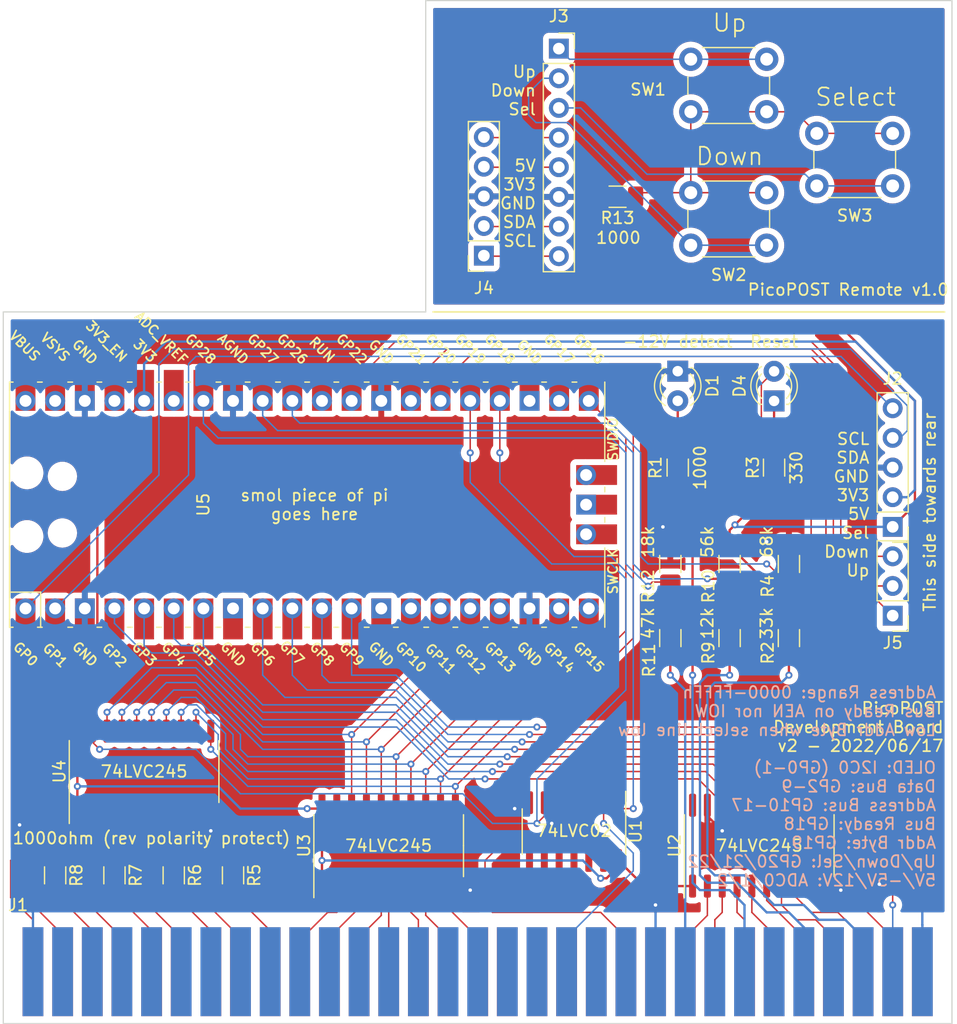
<source format=kicad_pcb>
(kicad_pcb (version 20211014) (generator pcbnew)
  (layers (0 "F.Cu" signal) (31 "B.Cu" signal) (34 "B.Paste" user) (35 "F.Paste" user) (36 "B.SilkS" user "B.Silkscreen") (37 "F.SilkS" user "F.Silkscreen") (38 "B.Mask" user) (39 "F.Mask" user) (44 "Edge.Cuts" user))
  (net 0 "")
  (net 1 "GND")
  (net 2 "Net-(D1-Pad2)")
  (net 3 "Net-(D4-Pad1)")
  (net 4 "Net-(D4-Pad2)")
  (net 5 "+5V")
  (net 7 "Net-(J1-Pad5)")
  (net 9 "Net-(J1-Pad7)")
  (net 11 "Net-(J1-Pad9)")
  (net 14 "Net-(J1-Pad13)")
  (net 33 "/BD7")
  (net 34 "/BD6")
  (net 35 "/BD5")
  (net 36 "/BD4")
  (net 37 "/BD3")
  (net 38 "/BD2")
  (net 39 "/BD1")
  (net 40 "/BD0")
  (net 42 "Net-(J1-Pad42)")
  (net 47 "/BA15")
  (net 48 "/BA14")
  (net 49 "/BA13")
  (net 50 "/BA12")
  (net 51 "/BA11")
  (net 52 "/BA10")
  (net 53 "/BA9")
  (net 54 "Net-(J1-Pad54)")
  (net 55 "/BA7")
  (net 56 "Net-(J1-Pad56)")
  (net 57 "/BA5")
  (net 58 "Net-(J1-Pad58)")
  (net 59 "/BA3")
  (net 60 "Net-(J1-Pad60)")
  (net 61 "/BA1")
  (net 62 "/BA0")
  (net 63 "+3V3")
  (net 64 "/OLED_SDA")
  (net 65 "/OLED_SCL")
  (net 66 "Net-(SW1-Pad2)")
  (net 67 "Net-(SW2-Pad2)")
  (net 68 "Net-(SW3-Pad2)")
  (net 69 "Net-(J3-Pad4)")
  (net 70 "Net-(J3-Pad5)")
  (net 71 "Net-(J3-Pad7)")
  (net 72 "Net-(J3-Pad8)")
  (net 73 "Net-(U5-Pad26)")
  (net 74 "Net-(U5-Pad27)")
  (net 75 "Net-(U5-Pad29)")
  (net 76 "/+5Vmon")
  (net 77 "/BA8")
  (net 78 "/BA6")
  (net 79 "/BA4")
  (net 80 "/BA2")
  (net 81 "/-5Vmon")
  (net 82 "/+12Vmon")
  (net 83 "Net-(SW1-Pad1)")
  (net 84 "/bus_ready")
  (net 85 "Net-(U1-Pad4)")
  (net 86 "/addr_byte")
  (net 87 "/PD7")
  (net 88 "/PD6")
  (net 89 "/PD5")
  (net 90 "/PD4")
  (net 91 "/PD3")
  (net 92 "/PD2")
  (net 93 "/PD1")
  (net 94 "/PD0")
  (net 95 "/PA7")
  (net 96 "/PA6")
  (net 97 "/PA5")
  (net 98 "/PA4")
  (net 99 "/PA3")
  (net 100 "/PA2")
  (net 101 "/PA1")
  (net 102 "/PA0")
  (net 113 "/remote_GND")
  (footprint "Resistor_SMD:R_1206_3216Metric_Pad1.30x1.75mm_HandSolder" (layer "F.Cu") (at 165.735 100.965 90)
    (fp_text reference "R3")
    (fp_text value "330")
  )
  (footprint "Resistor_SMD:R_1206_3216Metric_Pad1.30x1.75mm_HandSolder" (layer "F.Cu") (at 104.14 135.89 -90)
    (fp_text reference "R8")
    (fp_text value "1000")
  )
  (footprint "LED_THT:LED_D3.0mm" (layer "F.Cu") (at 165.735 95.255 90)
    (fp_text reference "D4")
    (fp_text value "red")
  )
  (footprint "Resistor_SMD:R_1206_3216Metric_Pad1.30x1.75mm_HandSolder" (layer "F.Cu") (at 157.48 100.965 -90)
    (fp_text reference "R1")
    (fp_text value "1000")
  )
  (footprint "Connector_PinHeader_2.54mm:PinHeader_1x05_P2.54mm_Vertical" (layer "F.Cu") (at 175.895 106.04 180)
    (fp_text reference "J2")
    (fp_text value "OLED Header")
  )
  (footprint "Resistor_SMD:R_1206_3216Metric_Pad1.30x1.75mm_HandSolder" (layer "F.Cu") (at 109.22 135.89 -90)
    (fp_text reference "R7")
    (fp_text value "1000")
  )
  (footprint "Resistor_SMD:R_1206_3216Metric_Pad1.30x1.75mm_HandSolder" (layer "F.Cu") (at 161.925 115.57 90)
    (fp_text reference "R9")
    (fp_text value "12k")
  )
  (footprint "Resistor_SMD:R_1206_3216Metric_Pad1.30x1.75mm_HandSolder" (layer "F.Cu") (at 119.38 135.89 -90)
    (fp_text reference "R5")
    (fp_text value "1000")
  )
  (footprint "Resistor_SMD:R_1206_3216Metric_Pad1.30x1.75mm_HandSolder" (layer "F.Cu") (at 167.005 115.57 90)
    (fp_text reference "R2")
    (fp_text value "33k")
  )
  (footprint "LED_THT:LED_D3.0mm" (layer "F.Cu") (at 157.48 92.705 -90)
    (fp_text reference "D1")
    (fp_text value "green")
  )
  (footprint "Resistor_SMD:R_1206_3216Metric_Pad1.30x1.75mm_HandSolder" (layer "F.Cu") (at 156.845 115.57 90)
    (fp_text reference "R11")
    (fp_text value "47k")
  )
  (footprint "Resistor_SMD:R_1206_3216Metric_Pad1.30x1.75mm_HandSolder" (layer "F.Cu") (at 114.3 135.89 -90)
    (fp_text reference "R6")
    (fp_text value "1000")
  )
  (footprint "MCU_RaspberryPi_and_Boards:RPi_Pico_SMD_TH" (layer "F.Cu") (at 125.73 104.14 90)
    (fp_text reference "U5")
    (fp_text value "Pico")
  )
  (footprint "Package_SO:SO-20_5.3x12.6mm_P1.27mm" (layer "F.Cu") (at 111.76 127 90)
    (fp_text reference "U4")
    (fp_text value "74LVC245")
  )
  (footprint "Button_Switch_THT:SW_PUSH_6mm_H5mm" (layer "F.Cu") (at 158.6 77.415)
    (fp_text reference "SW2")
    (fp_text value "Down")
  )
  (footprint "Connector_PinSocket_2.54mm:PinSocket_1x05_P2.54mm_Vertical" (layer "F.Cu") (at 140.87 82.81 180)
    (fp_text reference "J4")
    (fp_text value "OLED here")
  )
  (footprint "Package_SO:SO-14_3.9x8.65mm_P1.27mm" (layer "F.Cu") (at 148.59 132.145 -90)
    (fp_text reference "U1")
    (fp_text value "74LVC02")
  )
  (footprint "Connector_PinSocket_2.54mm:PinSocket_1x08_P2.54mm_Vertical" (layer "F.Cu") (at 147.295 65.075)
    (fp_text reference "J3")
    (fp_text value "remote header")
  )
  (footprint "Resistor_SMD:R_1206_3216Metric_Pad1.30x1.75mm_HandSolder" (layer "F.Cu") (at 167.005 109.22 90)
    (fp_text reference "R4")
    (fp_text value "68k")
  )
  (footprint "Button_Switch_THT:SW_PUSH_6mm_H5mm" (layer "F.Cu") (at 165.1 70.485 180)
    (fp_text reference "SW1")
    (fp_text value "Up")
  )
  (footprint "Resistor_SMD:R_1206_3216Metric_Pad1.30x1.75mm_HandSolder" (layer "F.Cu") (at 156.845 109.22 90)
    (fp_text reference "R12")
    (fp_text value "18k")
  )
  (footprint "IDEcardedge:BUS_IDE8" (layer "F.Cu") (at 178.44 144.145)
    (fp_text reference "J1")
    (fp_text value "PCB_Finger_ISA_8bit")
  )
  (footprint "Package_SO:SO-20_5.3x12.6mm_P1.27mm" (layer "F.Cu") (at 132.715 133.35 90)
    (fp_text reference "U3")
    (fp_text value "74LVC245")
  )
  (footprint "Resistor_SMD:R_1206_3216Metric_Pad1.30x1.75mm_HandSolder" (layer "F.Cu") (at 152.325 77.76 180)
    (fp_text reference "R13")
    (fp_text value "1000")
  )
  (footprint "Button_Switch_THT:SW_PUSH_6mm_H5mm" (layer "F.Cu") (at 169.395 72.335)
    (fp_text reference "SW3")
    (fp_text value "Select/Menu")
  )
  (footprint "Connector_PinHeader_2.54mm:PinHeader_1x03_P2.54mm_Vertical" (layer "F.Cu") (at 175.895 113.645 180)
    (fp_text reference "J5")
    (fp_text value "Button Header")
  )
  (footprint "Resistor_SMD:R_1206_3216Metric_Pad1.30x1.75mm_HandSolder" (layer "F.Cu") (at 161.925 109.22 90)
    (fp_text reference "R10")
    (fp_text value "56k")
  )
  (footprint "Package_SO:SO-20_5.3x12.6mm_P1.27mm" (layer "F.Cu") (at 164.465 133.35 90)
    (fp_text reference "U2")
    (fp_text value "74LVC245")
  )
  (gr_line (start 136.525 87.63) (end 180.34 87.63) (layer "F.SilkS") (width 0.15))
  (gr_line (start 180.975 60.96) (end 135.89 60.96) (layer "Edge.Cuts") (width 0.1))
  (gr_line (start 99.695 148.59) (end 99.695 87.63) (layer "Edge.Cuts") (width 0.1))
  (gr_line (start 180.975 148.59) (end 180.975 61.595) (layer "Edge.Cuts") (width 0.1))
  (gr_line (start 180.975 61.595) (end 180.975 60.96) (layer "Edge.Cuts") (width 0.1))
  (gr_line (start 99.695 87.63) (end 135.89 87.63) (layer "Edge.Cuts") (width 0.1))
  (gr_line (start 135.89 60.96) (end 135.89 87.63) (layer "Edge.Cuts") (width 0.1))
  (gr_line (start 99.695 148.59) (end 180.975 148.59) (layer "Edge.Cuts") (width 0.1))
  (gr_text "Address Range: 0000-FFFFh\nBus Ready on AEN nor IOW\nLow Addr Byte when select line low\n\nOLED: I2C0 (GP0-1)\nData Bus: GP2-9\nAddress Bus: GP10-17\nBus Ready: GP18\nAddr Byte: GP19\nUp/Down/Sel: GP20/21/22\n5V/-5V/12V: ADC0/1/2" (at 179.705 128.27) (layer "B.SilkS") (effects (font (size 1 1)) (justify left mirror)))
  (gr_text "74LVC245" (at 132.715 133.35) (layer "F.SilkS") (effects (font (size 1 1))))
  (gr_text "1000" (at 159.385 100.965 90) (layer "F.SilkS") (effects (font (size 1 1))))
  (gr_text "68k" (at 165.1 107.315 90) (layer "F.SilkS") (effects (font (size 1 1))))
  (gr_text "1000" (at 152.4 81.28) (layer "F.SilkS") (effects (font (size 1 1))))
  (gr_text "Up" (at 161.925 62.865) (layer "F.SilkS") (effects (font (size 1.5 1.5))))
  (gr_text "SCL\nSDA\nGND\n3V3\n5V\nSel\nDown\nUp" (at 173.99 104.14) (layer "F.SilkS") (effects (font (size 1 1)) (justify right)))
  (gr_text "PicoPOST\nDevelopment Board\nv2 - 2022/06/17" (at 180.34 123.19) (layer "F.SilkS") (effects (font (size 1 1)) (justify right)))
  (gr_text "This side towards rear" (at 179.07 104.775 90) (layer "F.SilkS") (effects (font (size 1 1))))
  (gr_text "smol piece of pi\ngoes here" (at 126.365 104.14) (layer "F.SilkS") (effects (font (size 1 1))))
  (gr_text "330" (at 167.64 100.965 90) (layer "F.SilkS") (effects (font (size 1 1))))
  (gr_text "Down" (at 161.925 74.295) (layer "F.SilkS") (effects (font (size 1.5 1.5))))
  (gr_text "33k" (at 165.1 114.3 90) (layer "F.SilkS") (effects (font (size 1 1))))
  (gr_text "74LVC245" (at 111.76 127) (layer "F.SilkS") (effects (font (size 1 1))))
  (gr_text "47k" (at 154.94 114.3 90) (layer "F.SilkS") (effects (font (size 1 1))))
  (gr_text "12k" (at 160.02 114.3 90) (layer "F.SilkS") (effects (font (size 1 1))))
  (gr_text "1000ohm (rev polarity protect)" (at 112.395 132.715) (layer "F.SilkS") (effects (font (size 1 1))))
  (gr_text "Select" (at 172.72 69.215) (layer "F.SilkS") (effects (font (size 1.5 1.5))))
  (gr_text "-12V detect" (at 157.48 90.17) (layer "F.SilkS") (effects (font (size 1 1))))
  (gr_text "Reset" (at 165.735 90.17) (layer "F.SilkS") (effects (font (size 1 1))))
  (gr_text "18k\n" (at 154.94 107.315 90) (layer "F.SilkS") (effects (font (size 1 1))))
  (gr_text "74LVC245" (at 164.465 133.35) (layer "F.SilkS") (effects (font (size 1 1))))
  (gr_text "56k" (at 160.02 107.315 90) (layer "F.SilkS") (effects (font (size 1 1))))
  (gr_text "PicoPOST Remote v1.0" (at 172.085 85.725) (layer "F.SilkS") (effects (font (size 1 1))))
  (gr_text "74LVC02" (at 148.59 132.08) (layer "F.SilkS") (effects (font (size 1 1))))
  (gr_text "Up\nDown\nSel\n\n\n5V\n3V3\nGND\nSDA\nSCL" (at 145.415 74.295) (layer "F.SilkS") (effects (font (size 1 1)) (justify right)))
  (segment (start 160.02 129.8875) (end 160.02 130.81) (width 0.2) (layer "F.Cu") (net 1))
  (segment (start 171.45 137.16) (end 171.1025 136.8125) (width 0.2) (layer "F.Cu") (net 1))
  (segment (start 165.1 107.315) (end 165.455 107.67) (width 0.2) (layer "F.Cu") (net 1))
  (segment (start 139.3525 136.8125) (end 139.7 137.16) (width 0.2) (layer "F.Cu") (net 1))
  (segment (start 144.78 129.8875) (end 143.7975 129.8875) (width 0.2) (layer "F.Cu") (net 1))
  (segment (start 170.18 136.8125) (end 171.1025 136.8125) (width 0.2) (layer "F.Cu") (net 1))
  (segment (start 167.005 107.67) (end 165.455 107.67) (width 0.2) (layer "F.Cu") (net 1))
  (segment (start 160.02 130.81) (end 161.29 132.08) (width 0.2) (layer "F.Cu") (net 1))
  (segment (start 138.43 136.8125) (end 139.3525 136.8125) (width 0.2) (layer "F.Cu") (net 1))
  (segment (start 147.32 129.8875) (end 147.32 130.81) (width 0.2) (layer "F.Cu") (net 1))
  (segment (start 156.845 107.67) (end 156.21 107.035) (width 0.2) (layer "F.Cu") (net 1))
  (segment (start 147.32 130.81) (end 146.685 131.445) (width 0.2) (layer "F.Cu") (net 1))
  (segment (start 156.21 107.035) (end 156.21 106.045) (width 0.2) (layer "F.Cu") (net 1))
  (segment (start 117.475 130.4625) (end 117.475 132.08) (width 0.127) (layer "F.Cu") (net 1))
  (segment (start 143.51 130.175) (end 143.7975 129.8875) (width 0.2) (layer "F.Cu") (net 1))
  (via (at 143.51 130.175) (size 0.6) (drill 0.3) (layers "F.Cu" "B.Cu") (net 1))
  (via (at 155.575 138.43) (size 0.6) (drill 0.3) (layers "F.Cu" "B.Cu") (net 1))
  (via (at 101.092 131.572) (size 0.6) (drill 0.3) (layers "F.Cu" "B.Cu") (net 1))
  (via (at 165.1 107.315) (size 0.6) (drill 0.3) (layers "F.Cu" "B.Cu") (net 1))
  (via (at 117.475 132.08) (size 0.6) (drill 0.3) (layers "F.Cu" "B.Cu") (net 1))
  (via (at 139.7 137.16) (size 0.6) (drill 0.3) (layers "F.Cu" "B.Cu") (net 1))
  (via (at 146.685 131.445) (size 0.6) (drill 0.3) (layers "F.Cu" "B.Cu") (net 1))
  (via (at 161.29 132.08) (size 0.6) (drill 0.3) (layers "F.Cu" "B.Cu") (net 1))
  (via (at 171.45 137.16) (size 0.6) (drill 0.3) (layers "F.Cu" "B.Cu") (net 1))
  (via (at 174.752 136.652) (size 0.6) (drill 0.3) (layers "F.Cu" "B.Cu") (net 1))
  (via (at 156.21 106.045) (size 0.6) (drill 0.3) (layers "F.Cu" "B.Cu") (net 1))
  (segment (start 102.24 139.07) (end 100.965 137.795) (width 0.2) (layer "B.Cu") (net 1))
  (segment (start 102.24 144.145) (end 102.24 139.07) (width 0.2) (layer "B.Cu") (net 1))
  (segment (start 155.58 144.145) (end 155.58 139.07) (width 0.2) (layer "B.Cu") (net 1))
  (segment (start 178.44 144.145) (end 178.44 140.135) (width 0.2) (layer "B.Cu") (net 1))
  (segment (start 178.435 138.43) (end 176.657 136.652) (width 0.2) (layer "B.Cu") (net 1))
  (segment (start 178.435 140.13) (end 178.435 138.43) (width 0.2) (layer "B.Cu") (net 1))
  (segment (start 176.657 136.652) (end 174.752 136.652) (width 0.2) (layer "B.Cu") (net 1))
  (segment (start 155.58 139.07) (end 155.575 139.065) (width 0.2) (layer "B.Cu") (net 1))
  (segment (start 155.575 139.065) (end 155.575 138.43) (width 0.2) (layer "B.Cu") (net 1))
  (segment (start 178.44 140.135) (end 178.435 140.13) (width 0.2) (layer "B.Cu") (net 1))
  (segment (start 100.965 137.795) (end 100.965 131.699) (width 0.2) (layer "B.Cu") (net 1))
  (segment (start 100.965 131.699) (end 101.092 131.572) (width 0.2) (layer "B.Cu") (net 1))
  (segment (start 157.48 99.415) (end 157.48 95.245) (width 0.2) (layer "F.Cu") (net 2))
  (segment (start 165.735 99.415) (end 165.735 95.255) (width 0.2) (layer "F.Cu") (net 3))
  (segment (start 175.895 124.46) (end 175.895 138.43) (width 0.127) (layer "F.Cu") (net 4))
  (segment (start 165.002718 100.33) (end 165.735 100.33) (width 0.127) (layer "F.Cu") (net 4))
  (segment (start 165.735 92.715) (end 164.644989 93.805011) (width 0.127) (layer "F.Cu") (net 4))
  (segment (start 168.91 103.505) (end 168.91 117.475) (width 0.127) (layer "F.Cu") (net 4))
  (segment (start 164.644989 93.805011) (end 164.644989 99.972271) (width 0.127) (layer "F.Cu") (net 4))
  (segment (start 165.735 100.33) (end 168.91 103.505) (width 0.127) (layer "F.Cu") (net 4))
  (segment (start 164.644989 99.972271) (end 165.002718 100.33) (width 0.127) (layer "F.Cu") (net 4))
  (segment (start 168.91 117.475) (end 175.895 124.46) (width 0.127) (layer "F.Cu") (net 4))
  (via (at 175.895 138.43) (size 0.6) (drill 0.3) (layers "F.Cu" "B.Cu") (net 4))
  (segment (start 175.895 138.43) (end 175.9 138.435) (width 0.127) (layer "B.Cu") (net 4))
  (segment (start 175.9 138.435) (end 175.9 144.145) (width 0.127) (layer "B.Cu") (net 4))
  (segment (start 161.925 107.67) (end 164.465 110.21) (width 0.2) (layer "F.Cu") (net 5))
  (segment (start 106.045 88.9) (end 104.14 90.805) (width 0.2) (layer "F.Cu") (net 5))
  (segment (start 177.8 104.135) (end 177.8 95.25) (width 0.2) (layer "F.Cu") (net 5))
  (segment (start 161.925 106.325) (end 162.3825 105.8675) (width 0.2) (layer "F.Cu") (net 5))
  (segment (start 104.14 90.805) (end 104.14 95.25) (width 0.2) (layer "F.Cu") (net 5))
  (segment (start 162.3825 105.8675) (end 165.735 102.515) (width 0.2) (layer "F.Cu") (net 5))
  (segment (start 175.895 106.04) (end 177.8 104.135) (width 0.2) (layer "F.Cu") (net 5))
  (segment (start 164.465 110.21) (end 164.465 115.57) (width 0.2) (layer "F.Cu") (net 5))
  (segment (start 164.465 115.57) (end 166.015 117.12) (width 0.2) (layer "F.Cu") (net 5))
  (segment (start 177.8 95.25) (end 171.45 88.9) (width 0.2) (layer "F.Cu") (net 5))
  (segment (start 167.005 118.745) (end 167.005 117.12) (width 0.2) (layer "F.Cu") (net 5))
  (segment (start 171.45 88.9) (end 106.045 88.9) (width 0.2) (layer "F.Cu") (net 5))
  (segment (start 161.925 107.67) (end 161.925 106.325) (width 0.2) (layer "F.Cu") (net 5))
  (segment (start 166.015 117.12) (end 167.005 117.12) (width 0.2) (layer "F.Cu") (net 5))
  (via (at 162.3825 105.8675) (size 0.6) (drill 0.3) (layers "F.Cu" "B.Cu") (net 5))
  (via (at 167.005 118.745) (size 0.6) (drill 0.3) (layers "F.Cu" "B.Cu") (net 5))
  (segment (start 173.36 141.225) (end 173.36 144.145) (width 0.2) (layer "B.Cu") (net 5))
  (segment (start 160.02 135.255) (end 160.655 135.89) (width 0.2) (layer "B.Cu") (net 5))
  (segment (start 160.02 120.015) (end 160.02 135.255) (width 0.2) (layer "B.Cu") (net 5))
  (segment (start 168.275 138.43) (end 169.545 139.7) (width 0.2) (layer "B.Cu") (net 5))
  (segment (start 166.37 119.38) (end 160.655 119.38) (width 0.2) (layer "B.Cu") (net 5))
  (segment (start 163.195 135.89) (end 165.735 138.43) (width 0.2) (layer "B.Cu") (net 5))
  (segment (start 169.545 139.7) (end 171.835 139.7) (width 0.2) (layer "B.Cu") (net 5))
  (segment (start 165.735 138.43) (end 168.275 138.43) (width 0.2) (layer "B.Cu") (net 5))
  (segment (start 162.555 106.04) (end 175.895 106.04) (width 0.2) (layer "B.Cu") (net 5))
  (segment (start 171.835 139.7) (end 173.36 141.225) (width 0.2) (layer "B.Cu") (net 5))
  (segment (start 162.3825 105.8675) (end 162.555 106.04) (width 0.2) (layer "B.Cu") (net 5))
  (segment (start 160.655 119.38) (end 160.02 120.015) (width 0.2) (layer "B.Cu") (net 5))
  (segment (start 160.655 135.89) (end 163.195 135.89) (width 0.2) (layer "B.Cu") (net 5))
  (segment (start 167.005 118.745) (end 166.37 119.38) (width 0.2) (layer "B.Cu") (net 5))
  (segment (start 161.925 118.745) (end 161.925 117.12) (width 0.2) (layer "F.Cu") (net 7))
  (via (at 161.925 118.745) (size 0.6) (drill 0.3) (layers "F.Cu" "B.Cu") (net 7))
  (segment (start 167.005 139.065) (end 168.28 140.34) (width 0.2) (layer "B.Cu") (net 7))
  (segment (start 160.02 118.745) (end 159.385 119.38) (width 0.2) (layer "B.Cu") (net 7))
  (segment (start 168.28 140.34) (end 168.28 144.145) (width 0.2) (layer "B.Cu") (net 7))
  (segment (start 162.56 136.525) (end 165.1 139.065) (width 0.2) (layer "B.Cu") (net 7))
  (segment (start 160.02 136.525) (end 162.56 136.525) (width 0.2) (layer "B.Cu") (net 7))
  (segment (start 165.1 139.065) (end 167.005 139.065) (width 0.2) (layer "B.Cu") (net 7))
  (segment (start 159.385 119.38) (end 159.385 135.89) (width 0.2) (layer "B.Cu") (net 7))
  (segment (start 161.925 118.745) (end 160.02 118.745) (width 0.2) (layer "B.Cu") (net 7))
  (segment (start 159.385 135.89) (end 160.02 136.525) (width 0.2) (layer "B.Cu") (net 7))
  (segment (start 157.48 104.14) (end 157.48 102.515) (width 0.2) (layer "F.Cu") (net 9))
  (segment (start 158.75 105.41) (end 157.48 104.14) (width 0.2) (layer "F.Cu") (net 9))
  (segment (start 158.75 118.745) (end 158.75 105.41) (width 0.2) (layer "F.Cu") (net 9))
  (via (at 158.75 118.745) (size 0.6) (drill 0.3) (layers "F.Cu" "B.Cu") (net 9))
  (segment (start 159.385 137.16) (end 161.925 137.16) (width 0.2) (layer "B.Cu") (net 9))
  (segment (start 158.75 118.745) (end 158.75 136.525) (width 0.2) (layer "B.Cu") (net 9))
  (segment (start 163.2 138.435) (end 163.2 144.145) (width 0.2) (layer "B.Cu") (net 9))
  (segment (start 158.75 136.525) (end 159.385 137.16) (width 0.2) (layer "B.Cu") (net 9))
  (segment (start 161.925 137.16) (end 163.2 138.435) (width 0.2) (layer "B.Cu") (net 9))
  (segment (start 156.845 118.745) (end 156.845 117.12) (width 0.2) (layer "F.Cu") (net 11))
  (via (at 156.845 118.745) (size 0.6) (drill 0.3) (layers "F.Cu" "B.Cu") (net 11))
  (segment (start 158.12 120.02) (end 158.12 144.145) (width 0.2) (layer "B.Cu") (net 11))
  (segment (start 156.845 118.745) (end 158.12 120.02) (width 0.2) (layer "B.Cu") (net 11))
  (segment (start 151.13 131.445) (end 151.13 129.8875) (width 0.127) (layer "F.Cu") (net 14))
  (via (at 151.13 131.445) (size 0.6) (drill 0.3) (layers "F.Cu" "B.Cu") (net 14))
  (segment (start 153.67 133.985) (end 151.13 131.445) (width 0.127) (layer "B.Cu") (net 14))
  (segment (start 147.96 144.145) (end 147.96 141.225) (width 0.127) (layer "B.Cu") (net 14))
  (segment (start 147.96 141.225) (end 153.67 135.515) (width 0.127) (layer "B.Cu") (net 14))
  (segment (start 153.67 135.515) (end 153.67 133.985) (width 0.127) (layer "B.Cu") (net 14))
  (segment (start 173.105 138.43) (end 169.545 138.43) (width 0.127) (layer "F.Cu") (net 33))
  (segment (start 175.9 141.225) (end 173.105 138.43) (width 0.127) (layer "F.Cu") (net 33))
  (segment (start 175.9 144.145) (end 175.9 141.225) (width 0.127) (layer "F.Cu") (net 33))
  (segment (start 169.545 138.43) (end 168.91 137.795) (width 0.127) (layer "F.Cu") (net 33))
  (segment (start 168.91 137.795) (end 168.91 136.8125) (width 0.127) (layer "F.Cu") (net 33))
  (segment (start 167.64 137.795) (end 167.64 136.8125) (width 0.127) (layer "F.Cu") (net 34))
  (segment (start 173.36 141.225) (end 171.2 139.065) (width 0.127) (layer "F.Cu") (net 34))
  (segment (start 173.36 144.145) (end 173.36 141.225) (width 0.127) (layer "F.Cu") (net 34))
  (segment (start 168.91 139.065) (end 167.64 137.795) (width 0.127) (layer "F.Cu") (net 34))
  (segment (start 171.2 139.065) (end 168.91 139.065) (width 0.127) (layer "F.Cu") (net 34))
  (segment (start 170.82 144.145) (end 170.82 141.225) (width 0.127) (layer "F.Cu") (net 35))
  (segment (start 169.295 139.7) (end 167.64 139.7) (width 0.127) (layer "F.Cu") (net 35))
  (segment (start 166.37 138.43) (end 166.37 136.8125) (width 0.127) (layer "F.Cu") (net 35))
  (segment (start 167.64 139.7) (end 166.37 138.43) (width 0.127) (layer "F.Cu") (net 35))
  (segment (start 170.82 141.225) (end 169.295 139.7) (width 0.127) (layer "F.Cu") (net 35))
  (segment (start 168.28 141.225) (end 165.1 138.045) (width 0.127) (layer "F.Cu") (net 36))
  (segment (start 165.1 138.045) (end 165.1 136.8125) (width 0.127) (layer "F.Cu") (net 36))
  (segment (start 168.28 144.145) (end 168.28 141.225) (width 0.127) (layer "F.Cu") (net 36))
  (segment (start 165.74 144.145) (end 165.74 140.975) (width 0.127) (layer "F.Cu") (net 37))
  (segment (start 163.83 139.065) (end 163.83 136.8125) (width 0.127) (layer "F.Cu") (net 37))
  (segment (start 165.74 140.975) (end 163.83 139.065) (width 0.127) (layer "F.Cu") (net 37))
  (segment (start 162.56 139.065) (end 162.56 136.8125) (width 0.127) (layer "F.Cu") (net 38))
  (segment (start 163.2 144.145) (end 163.2 139.705) (width 0.127) (layer "F.Cu") (net 38))
  (segment (start 163.2 139.705) (end 162.56 139.065) (width 0.127) (layer "F.Cu") (net 38))
  (segment (start 160.66 139.695) (end 161.29 139.065) (width 0.127) (layer "F.Cu") (net 39))
  (segment (start 160.66 144.145) (end 160.66 139.695) (width 0.127) (layer "F.Cu") (net 39))
  (segment (start 161.29 139.065) (end 161.29 136.8125) (width 0.127) (layer "F.Cu") (net 39))
  (segment (start 160.02 139.325) (end 160.02 136.8125) (width 0.127) (layer "F.Cu") (net 40))
  (segment (start 158.12 144.145) (end 158.12 141.225) (width 0.127) (layer "F.Cu") (net 40))
  (segment (start 158.12 141.225) (end 160.02 139.325) (width 0.127) (layer "F.Cu") (net 40))
  (segment (start 140.97 138.43) (end 141.605 139.065) (width 0.127) (layer "F.Cu") (net 42))
  (segment (start 149.86 129.8875) (end 149.86 130.81) (width 0.127) (layer "F.Cu") (net 42))
  (segment (start 153.04 141.225) (end 153.04 144.145) (width 0.127) (layer "F.Cu") (net 42))
  (segment (start 140.97 134.62) (end 140.97 138.43) (width 0.127) (layer "F.Cu") (net 42))
  (segment (start 147.32 133.35) (end 142.24 133.35) (width 0.127) (layer "F.Cu") (net 42))
  (segment (start 141.605 139.065) (end 150.88 139.065) (width 0.127) (layer "F.Cu") (net 42))
  (segment (start 150.88 139.065) (end 153.04 141.225) (width 0.127) (layer "F.Cu") (net 42))
  (segment (start 142.24 133.35) (end 140.97 134.62) (width 0.127) (layer "F.Cu") (net 42))
  (segment (start 149.86 130.81) (end 147.32 133.35) (width 0.127) (layer "F.Cu") (net 42))
  (segment (start 140.34 144.145) (end 140.34 141.225) (width 0.25) (layer "F.Cu") (net 47))
  (segment (start 140.34 141.225) (end 137.16 138.045) (width 0.127) (layer "F.Cu") (net 47))
  (segment (start 137.16 138.045) (end 137.16 136.8125) (width 0.127) (layer "F.Cu") (net 47))
  (segment (start 135.89 139.315) (end 135.89 136.8125) (width 0.127) (layer "F.Cu") (net 48))
  (segment (start 137.8 144.145) (end 137.8 140.975) (width 0.25) (layer "F.Cu") (net 48))
  (segment (start 137.8 144.145) (end 137.8 141.225) (width 0.127) (layer "F.Cu") (net 48))
  (segment (start 137.8 141.225) (end 135.89 139.315) (width 0.127) (layer "F.Cu") (net 48))
  (segment (start 135.26 139.705) (end 134.62 139.065) (width 0.127) (layer "F.Cu") (net 49))
  (segment (start 135.26 144.145) (end 135.26 139.705) (width 0.127) (layer "F.Cu") (net 49))
  (segment (start 134.62 139.065) (end 134.62 136.8125) (width 0.127) (layer "F.Cu") (net 49))
  (segment (start 132.72 144.145) (end 132.72 137.4425) (width 0.127) (layer "F.Cu") (net 50))
  (segment (start 132.72 137.4425) (end 133.35 136.8125) (width 0.127) (layer "F.Cu") (net 50))
  (segment (start 130.18 144.145) (end 130.18 141.225) (width 0.25) (layer "F.Cu") (net 51))
  (segment (start 132.08 139.325) (end 132.08 136.8125) (width 0.127) (layer "F.Cu") (net 51))
  (segment (start 130.18 141.225) (end 132.08 139.325) (width 0.127) (layer "F.Cu") (net 51))
  (segment (start 127.64 144.145) (end 127.64 141.225) (width 0.25) (layer "F.Cu") (net 52))
  (segment (start 127.64 141.225) (end 130.81 138.055) (width 0.127) (layer "F.Cu") (net 52))
  (segment (start 130.81 138.055) (end 130.81 136.8125) (width 0.127) (layer "F.Cu") (net 52))
  (segment (start 129.54 137.795) (end 129.54 136.8125) (width 0.127) (layer "F.Cu") (net 53))
  (segment (start 128.27 139.065) (end 129.54 137.795) (width 0.127) (layer "F.Cu") (net 53))
  (segment (start 125.1 144.145) (end 125.1 141.225) (width 0.25) (layer "F.Cu") (net 53))
  (segment (start 125.1 141.45086) (end 127.48586 139.065) (width 0.127) (layer "F.Cu") (net 53))
  (segment (start 127.48586 139.065) (end 128.27 139.065) (width 0.127) (layer "F.Cu") (net 53))
  (segment (start 125.1 144.145) (end 125.1 141.45086) (width 0.127) (layer "F.Cu") (net 53))
  (segment (start 122.56 144.145) (end 122.56 140.62) (width 0.127) (layer "F.Cu") (net 54))
  (segment (start 122.56 140.62) (end 119.38 137.44) (width 0.127) (layer "F.Cu") (net 54))
  (segment (start 116.205 137.41) (end 116.205 130.4625) (width 0.127) (layer "F.Cu") (net 55))
  (segment (start 120.02 141.225) (end 116.205 137.41) (width 0.127) (layer "F.Cu") (net 55))
  (segment (start 120.02 144.145) (end 120.02 141.225) (width 0.127) (layer "F.Cu") (net 55))
  (segment (start 117.48 140.62) (end 114.3 137.44) (width 0.127) (layer "F.Cu") (net 56))
  (segment (start 117.48 144.145) (end 117.48 140.62) (width 0.127) (layer "F.Cu") (net 56))
  (segment (start 112.395 138.68) (end 112.395 132.715) (width 0.127) (layer "F.Cu") (net 57))
  (segment (start 112.395 132.715) (end 113.665 131.445) (width 0.127) (layer "F.Cu") (net 57))
  (segment (start 113.665 131.445) (end 113.665 130.4625) (width 0.127) (layer "F.Cu") (net 57))
  (segment (start 114.94 144.145) (end 114.94 141.225) (width 0.127) (layer "F.Cu") (net 57))
  (segment (start 114.94 141.225) (end 112.395 138.68) (width 0.127) (layer "F.Cu") (net 57))
  (segment (start 112.4 144.145) (end 112.4 140.62) (width 0.127) (layer "F.Cu") (net 58))
  (segment (start 112.4 140.62) (end 109.22 137.44) (width 0.127) (layer "F.Cu") (net 58))
  (segment (start 109.86 141.225) (end 106.68 138.045) (width 0.127) (layer "F.Cu") (net 59))
  (segment (start 111.125 130.66086) (end 111.125 130.4625) (width 0.127) (layer "F.Cu") (net 59))
  (segment (start 106.68 138.045) (end 106.68 134.62) (width 0.127) (layer "F.Cu") (net 59))
  (segment (start 107.16586 134.62) (end 111.125 130.66086) (width 0.127) (layer "F.Cu") (net 59))
  (segment (start 109.86 144.145) (end 109.86 141.225) (width 0.127) (layer "F.Cu") (net 59))
  (segment (start 106.68 134.62) (end 107.16586 134.62) (width 0.127) (layer "F.Cu") (net 59))
  (segment (start 107.32 140.62) (end 104.14 137.44) (width 0.127) (layer "F.Cu") (net 60))
  (segment (start 107.32 144.145) (end 107.32 140.62) (width 0.127) (layer "F.Cu") (net 60))
  (segment (start 104.78 144.145) (end 104.78 140.975) (width 0.127) (layer "F.Cu") (net 61))
  (segment (start 104.78 140.975) (end 101.6 137.795) (width 0.127) (layer "F.Cu") (net 61))
  (segment (start 101.6 137.795) (end 101.6 134.62) (width 0.127) (layer "F.Cu") (net 61))
  (segment (start 103.505 132.715) (end 106.68 132.715) (width 0.127) (layer "F.Cu") (net 61))
  (segment (start 106.68 132.715) (end 108.585 130.81) (width 0.127) (layer "F.Cu") (net 61))
  (segment (start 108.585 130.81) (end 108.585 130.4625) (width 0.127) (layer "F.Cu") (net 61))
  (segment (start 101.6 134.62) (end 103.505 132.715) (width 0.127) (layer "F.Cu") (net 61))
  (segment (start 102.87 132.08) (end 106.68 132.08) (width 0.127) (layer "F.Cu") (net 62))
  (segment (start 100.33 137.795) (end 100.33 134.62) (width 0.127) (layer "F.Cu") (net 62))
  (segment (start 102.24 144.145) (end 102.24 139.705) (width 0.127) (layer "F.Cu") (net 62))
  (segment (start 106.68 132.08) (end 107.315 131.445) (width 0.127) (layer "F.Cu") (net 62))
  (segment (start 102.24 139.705) (end 100.33 137.795) (width 0.127) (layer "F.Cu") (net 62))
  (segment (start 107.315 131.445) (end 107.315 130.4625) (width 0.127) (layer "F.Cu") (net 62))
  (segment (start 100.33 134.62) (end 102.87 132.08) (width 0.127) (layer "F.Cu") (net 62))
  (segment (start 125.73 130.175) (end 126.7125 130.175) (width 0.2) (layer "F.Cu") (net 63))
  (segment (start 106.045 123.5375) (end 106.045 128.27) (width 0.2) (layer "F.Cu") (net 63))
  (segment (start 151.384 136.144) (end 152.4 135.128) (width 0.2) (layer "F.Cu") (net 63))
  (segment (start 150.876 136.144) (end 151.384 136.144) (width 0.2) (layer "F.Cu") (net 63))
  (segment (start 111.76 95.25) (end 107.756511 99.253489) (width 0.2) (layer "F.Cu") (net 63))
  (segment (start 107.756511 120.843489) (end 106.045 122.555) (width 0.2) (layer "F.Cu") (net 63))
  (segment (start 126.7125 130.175) (end 127 129.8875) (width 0.2) (layer "F.Cu") (net 63))
  (segment (start 127 129.8875) (end 127 134.62) (width 0.2) (layer "F.Cu") (net 63))
  (segment (start 106.045 122.555) (end 106.045 123.5375) (width 0.2) (layer "F.Cu") (net 63))
  (segment (start 154.5925 136.8125) (end 158.75 136.8125) (width 0.2) (layer "F.Cu") (net 63))
  (segment (start 127 134.62) (end 127 136.8125) (width 0.2) (layer "F.Cu") (net 63))
  (segment (start 152.4 134.62) (end 154.5925 136.8125) (width 0.2) (layer "F.Cu") (net 63))
  (segment (start 158.75 136.8125) (end 158.75 129.8875) (width 0.2) (layer "F.Cu") (net 63))
  (segment (start 106.045 128.27) (end 106.045 130.4625) (width 0.2) (layer "F.Cu") (net 63))
  (segment (start 152.4 135.128) (end 152.4 134.62) (width 0.2) (layer "F.Cu") (net 63))
  (segment (start 107.756511 99.253489) (end 107.756511 120.843489) (width 0.2) (layer "F.Cu") (net 63))
  (via (at 125.73 130.175) (size 0.6) (drill 0.3) (layers "F.Cu" "B.Cu") (net 63))
  (via (at 106.045 128.27) (size 0.6) (drill 0.3) (layers "F.Cu" "B.Cu") (net 63))
  (via (at 150.876 136.144) (size 0.6) (drill 0.3) (layers "F.Cu" "B.Cu") (net 63))
  (via (at 127 134.62) (size 0.6) (drill 0.3) (layers "F.Cu" "B.Cu") (net 63))
  (segment (start 106.045 128.27) (end 118.11 128.27) (width 0.2) (layer "B.Cu") (net 63))
  (segment (start 177.8 102.87) (end 177.165 103.505) (width 0.2) (layer "B.Cu") (net 63))
  (segment (start 177.8 95.25) (end 177.8 102.87) (width 0.2) (layer "B.Cu") (net 63))
  (segment (start 111.76 92.075) (end 113.665 90.17) (width 0.2) (layer "B.Cu") (net 63))
  (segment (start 177.16 103.5) (end 175.895 103.5) (width 0.2) (layer "B.Cu") (net 63))
  (segment (start 113.665 90.17) (end 172.72 90.17) (width 0.2) (layer "B.Cu") (net 63))
  (segment (start 177.165 103.505) (end 177.16 103.5) (width 0.2) (layer "B.Cu") (net 63))
  (segment (start 111.76 95.25) (end 111.76 92.075) (width 0.2) (layer "B.Cu") (net 63))
  (segment (start 172.72 90.17) (end 177.8 95.25) (width 0.2) (layer "B.Cu") (net 63))
  (segment (start 149.352 134.62) (end 150.876 136.144) (width 0.2) (layer "B.Cu") (net 63))
  (segment (start 127 134.62) (end 149.352 134.62) (width 0.2) (layer "B.Cu") (net 63))
  (segment (start 118.11 128.27) (end 120.015 130.175) (width 0.2) (layer "B.Cu") (net 63))
  (segment (start 120.015 130.175) (end 125.73 130.175) (width 0.2) (layer "B.Cu") (net 63))
  (segment (start 177.165 95.679201) (end 177.165 97.79) (width 0.127) (layer "B.Cu") (net 64))
  (segment (start 114.3 90.805) (end 172.290799 90.805) (width 0.127) (layer "B.Cu") (net 64))
  (segment (start 101.6 113.03) (end 113.03 101.6) (width 0.127) (layer "B.Cu") (net 64))
  (segment (start 113.03 92.075) (end 114.3 90.805) (width 0.127) (layer "B.Cu") (net 64))
  (segment (start 172.290799 90.805) (end 177.165 95.679201) (width 0.127) (layer "B.Cu") (net 64))
  (segment (start 176.535 98.42) (end 175.895 98.42) (width 0.127) (layer "B.Cu") (net 64))
  (segment (start 177.165 97.79) (end 176.535 98.42) (width 0.127) (layer "B.Cu") (net 64))
  (segment (start 113.03 101.6) (end 113.03 92.075) (width 0.127) (layer "B.Cu") (net 64))
  (segment (start 171.455 91.44) (end 175.895 95.88) (width 0.127) (layer "B.Cu") (net 65))
  (segment (start 116.205 91.44) (end 171.455 91.44) (width 0.127) (layer "B.Cu") (net 65))
  (segment (start 115.57 92.075) (end 116.205 91.44) (width 0.127) (layer "B.Cu") (net 65))
  (segment (start 104.14 113.03) (end 115.57 101.6) (width 0.127) (layer "B.Cu") (net 65))
  (segment (start 115.57 101.6) (end 115.57 92.075) (width 0.127) (layer "B.Cu") (net 65))
  (segment (start 158.6 65.985) (end 148.205 65.985) (width 0.127) (layer "B.Cu") (net 66))
  (segment (start 165.1 65.985) (end 158.6 65.985) (width 0.127) (layer "B.Cu") (net 66))
  (segment (start 148.205 65.985) (end 147.295 65.075) (width 0.127) (layer "B.Cu") (net 66))
  (segment (start 148.095 71.41) (end 145.34 71.41) (width 0.127) (layer "B.Cu") (net 67))
  (segment (start 145.34 71.41) (end 144.705 70.775) (width 0.127) (layer "B.Cu") (net 67))
  (segment (start 144.705 68.87) (end 145.96 67.615) (width 0.127) (layer "B.Cu") (net 67))
  (segment (start 165.1 81.915) (end 158.6 81.915) (width 0.127) (layer "B.Cu") (net 67))
  (segment (start 144.705 70.775) (end 144.705 68.87) (width 0.127) (layer "B.Cu") (net 67))
  (segment (start 145.96 67.615) (end 147.295 67.615) (width 0.127) (layer "B.Cu") (net 67))
  (segment (start 158.6 81.915) (end 148.095 71.41) (width 0.127) (layer "B.Cu") (net 67))
  (segment (start 168.395 75.835) (end 154.845 75.835) (width 0.127) (layer "B.Cu") (net 68))
  (segment (start 149.15 70.14) (end 149.135 70.155) (width 0.127) (layer "B.Cu") (net 68))
  (segment (start 149.135 70.155) (end 147.295 70.155) (width 0.127) (layer "B.Cu") (net 68))
  (segment (start 175.895 76.835) (end 169.395 76.835) (width 0.127) (layer "B.Cu") (net 68))
  (segment (start 169.395 76.835) (end 168.395 75.835) (width 0.127) (layer "B.Cu") (net 68))
  (segment (start 154.845 75.835) (end 149.15 70.14) (width 0.127) (layer "B.Cu") (net 68))
  (segment (start 140.915 72.695) (end 140.87 72.65) (width 0.127) (layer "F.Cu") (net 69))
  (segment (start 147.295 72.695) (end 140.915 72.695) (width 0.127) (layer "F.Cu") (net 69))
  (segment (start 140.915 75.235) (end 140.87 75.19) (width 0.127) (layer "F.Cu") (net 70))
  (segment (start 147.295 75.235) (end 140.915 75.235) (width 0.127) (layer "F.Cu") (net 70))
  (segment (start 140.915 80.315) (end 140.87 80.27) (width 0.127) (layer "F.Cu") (net 71))
  (segment (start 147.295 80.315) (end 140.915 80.315) (width 0.127) (layer "F.Cu") (net 71))
  (segment (start 147.295 82.855) (end 140.915 82.855) (width 0.127) (layer "F.Cu") (net 72))
  (segment (start 140.915 82.855) (end 140.87 82.81) (width 0.127) (layer "F.Cu") (net 72))
  (segment (start 175.895 113.645) (end 175.875 113.645) (width 0.127) (layer "F.Cu") (net 73))
  (segment (start 137.16 93.909978) (end 137.16 95.25) (width 0.127) (layer "F.Cu") (net 73))
  (segment (start 170.18 107.95) (end 170.18 92.71) (width 0.127) (layer "F.Cu") (net 73))
  (segment (start 139.629978 91.44) (end 137.16 93.909978) (width 0.127) (layer "F.Cu") (net 73))
  (segment (start 175.875 113.645) (end 170.18 107.95) (width 0.127) (layer "F.Cu") (net 73))
  (segment (start 168.91 91.44) (end 139.629978 91.44) (width 0.127) (layer "F.Cu") (net 73))
  (segment (start 170.18 92.71) (end 168.91 91.44) (width 0.127) (layer "F.Cu") (net 73))
  (segment (start 170.815 107.95) (end 170.815 92.71) (width 0.127) (layer "F.Cu") (net 74))
  (segment (start 137.724978 90.805) (end 134.62 93.909978) (width 0.127) (layer "F.Cu") (net 74))
  (segment (start 175.895 111.105) (end 173.97 111.105) (width 0.127) (layer "F.Cu") (net 74))
  (segment (start 168.91 90.805) (end 137.724978 90.805) (width 0.127) (layer "F.Cu") (net 74))
  (segment (start 134.62 93.909978) (end 134.62 95.25) (width 0.127) (layer "F.Cu") (net 74))
  (segment (start 173.97 111.105) (end 170.815 107.95) (width 0.127) (layer "F.Cu") (net 74))
  (segment (start 170.815 92.71) (end 168.91 90.805) (width 0.127) (layer "F.Cu") (net 74))
  (segment (start 171.45 107.95) (end 171.45 92.71) (width 0.127) (layer "F.Cu") (net 75))
  (segment (start 133.279978 90.17) (end 129.54 93.909978) (width 0.127) (layer "F.Cu") (net 75))
  (segment (start 129.54 93.909978) (end 129.54 95.25) (width 0.127) (layer "F.Cu") (net 75))
  (segment (start 172.065 108.565) (end 171.45 107.95) (width 0.127) (layer "F.Cu") (net 75))
  (segment (start 175.895 108.565) (end 172.065 108.565) (width 0.127) (layer "F.Cu") (net 75))
  (segment (start 171.45 92.71) (end 168.91 90.17) (width 0.127) (layer "F.Cu") (net 75))
  (segment (start 168.91 90.17) (end 133.279978 90.17) (width 0.127) (layer "F.Cu") (net 75))
  (segment (start 165.175 109.22) (end 165.1 109.22) (width 0.127) (layer "F.Cu") (net 76))
  (segment (start 167.005 114.02) (end 167.005 110.77) (width 0.2) (layer "F.Cu") (net 76))
  (segment (start 166.725 110.77) (end 165.175 109.22) (width 0.127) (layer "F.Cu") (net 76))
  (segment (start 167.005 110.77) (end 166.725 110.77) (width 0.127) (layer "F.Cu") (net 76))
  (via (at 165.1 109.22) (size 0.6) (drill 0.3) (layers "F.Cu" "B.Cu") (net 76))
  (segment (start 154.305 99.695) (end 154.305 108.585) (width 0.127) (layer "B.Cu") (net 76))
  (segment (start 124.46 95.25) (end 124.46 96.52) (width 0.127) (layer "B.Cu") (net 76))
  (segment (start 154.94 109.22) (end 165.1 109.22) (width 0.127) (layer "B.Cu") (net 76))
  (segment (start 125.095 97.155) (end 151.765 97.155) (width 0.127) (layer "B.Cu") (net 76))
  (segment (start 151.765 97.155) (end 154.305 99.695) (width 0.127) (layer "B.Cu") (net 76))
  (segment (start 154.305 108.585) (end 154.94 109.22) (width 0.127) (layer "B.Cu") (net 76))
  (segment (start 124.46 96.52) (end 125.095 97.155) (width 0.127) (layer "B.Cu") (net 76))
  (segment (start 127.635 138.43) (end 128.27 137.795) (width 0.127) (layer "F.Cu") (net 77))
  (segment (start 123.47 138.43) (end 127.635 138.43) (width 0.127) (layer "F.Cu") (net 77))
  (segment (start 119.38 134.34) (end 123.47 138.43) (width 0.127) (layer "F.Cu") (net 77))
  (segment (start 128.27 137.795) (end 128.27 136.8125) (width 0.127) (layer "F.Cu") (net 77))
  (segment (start 114.935 133.705) (end 114.935 130.4625) (width 0.127) (layer "F.Cu") (net 78))
  (segment (start 114.3 134.34) (end 114.935 133.705) (width 0.127) (layer "F.Cu") (net 78))
  (segment (start 109.22 134.34) (end 112.395 131.165) (width 0.127) (layer "F.Cu") (net 79))
  (segment (start 112.395 131.165) (end 112.395 130.4625) (width 0.127) (layer "F.Cu") (net 79))
  (segment (start 106.17586 134.34) (end 109.855 130.66086) (width 0.127) (layer "F.Cu") (net 80))
  (segment (start 109.855 130.66086) (end 109.855 130.4625) (width 0.127) (layer "F.Cu") (net 80))
  (segment (start 104.14 134.34) (end 106.17586 134.34) (width 0.127) (layer "F.Cu") (net 80))
  (segment (start 161.645 110.49) (end 160.02 110.49) (width 0.2) (layer "F.Cu") (net 81))
  (segment (start 161.925 114.02) (end 161.925 110.77) (width 0.2) (layer "F.Cu") (net 81))
  (segment (start 161.925 110.77) (end 161.645 110.49) (width 0.2) (layer "F.Cu") (net 81))
  (via (at 160.02 110.49) (size 0.6) (drill 0.3) (layers "F.Cu" "B.Cu") (net 81))
  (segment (start 121.92 96.52) (end 121.92 95.25) (width 0.127) (layer "B.Cu") (net 81))
  (segment (start 153.67 109.22) (end 153.67 99.695) (width 0.127) (layer "B.Cu") (net 81))
  (segment (start 153.67 99.695) (end 151.765 97.79) (width 0.127) (layer "B.Cu") (net 81))
  (segment (start 151.765 97.79) (end 123.19 97.79) (width 0.127) (layer "B.Cu") (net 81))
  (segment (start 160.02 110.49) (end 154.94 110.49) (width 0.127) (layer "B.Cu") (net 81))
  (segment (start 123.19 97.79) (end 121.92 96.52) (width 0.127) (layer "B.Cu") (net 81))
  (segment (start 154.94 110.49) (end 153.67 109.22) (width 0.127) (layer "B.Cu") (net 81))
  (segment (start 156.845 114.02) (end 156.845 110.77) (width 0.2) (layer "F.Cu") (net 82))
  (segment (start 156.845 110.77) (end 155.295 110.77) (width 0.127) (layer "F.Cu") (net 82))
  (segment (start 155.295 110.77) (end 154.94 111.125) (width 0.127) (layer "F.Cu") (net 82))
  (via (at 154.94 111.125) (size 0.6) (drill 0.3) (layers "F.Cu" "B.Cu") (net 82))
  (segment (start 154.94 111.125) (end 153.035 109.22) (width 0.127) (layer "B.Cu") (net 82))
  (segment (start 151.765 98.425) (end 118.11 98.425) (width 0.127) (layer "B.Cu") (net 82))
  (segment (start 153.035 99.695) (end 151.765 98.425) (width 0.127) (layer "B.Cu") (net 82))
  (segment (start 116.84 97.155) (end 116.84 95.25) (width 0.127) (layer "B.Cu") (net 82))
  (segment (start 118.11 98.425) (end 116.84 97.155) (width 0.127) (layer "B.Cu") (net 82))
  (segment (start 153.035 109.22) (end 153.035 99.695) (width 0.127) (layer "B.Cu") (net 82))
  (segment (start 169.395 72.335) (end 175.895 72.335) (width 0.127) (layer "F.Cu") (net 83))
  (segment (start 158.6 77.415) (end 165.1 77.415) (width 0.127) (layer "F.Cu") (net 83))
  (segment (start 165.1 70.485) (end 167.545 70.485) (width 0.127) (layer "F.Cu") (net 83))
  (segment (start 153.875 77.76) (end 154.22 77.415) (width 0.127) (layer "F.Cu") (net 83))
  (segment (start 158.6 70.485) (end 165.1 70.485) (width 0.127) (layer "F.Cu") (net 83))
  (segment (start 154.22 77.415) (end 158.6 77.415) (width 0.127) (layer "F.Cu") (net 83))
  (segment (start 167.545 70.485) (end 169.395 72.335) (width 0.127) (layer "F.Cu") (net 83))
  (segment (start 158.6 77.415) (end 158.6 70.485) (width 0.127) (layer "F.Cu") (net 83))
  (segment (start 152.6875 130.175) (end 153.67 130.175) (width 0.127) (layer "F.Cu") (net 84))
  (segment (start 142.24 99.695) (end 142.24 95.25) (width 0.127) (layer "F.Cu") (net 84))
  (segment (start 152.4 129.8875) (end 152.6875 130.175) (width 0.127) (layer "F.Cu") (net 84))
  (via (at 153.67 130.175) (size 0.6) (drill 0.3) (layers "F.Cu" "B.Cu") (net 84))
  (via (at 142.24 99.695) (size 0.6) (drill 0.3) (layers "F.Cu" "B.Cu") (net 84))
  (segment (start 142.24 102.235) (end 142.24 99.695) (width 0.127) (layer "B.Cu") (net 84))
  (segment (start 153.67 130.175) (end 153.67 110.49) (width 0.127) (layer "B.Cu") (net 84))
  (segment (start 148.59 108.585) (end 142.24 102.235) (width 0.127) (layer "B.Cu") (net 84))
  (segment (start 153.67 110.49) (end 151.765 108.585) (width 0.127) (layer "B.Cu") (net 84))
  (segment (start 151.765 108.585) (end 148.59 108.585) (width 0.127) (layer "B.Cu") (net 84))
  (segment (start 130.89914 132.715) (end 146.685 132.715) (width 0.127) (layer "F.Cu") (net 85))
  (segment (start 146.685 132.715) (end 148.59 130.81) (width 0.127) (layer "F.Cu") (net 85))
  (segment (start 128.27 129.8875) (end 128.27 130.08586) (width 0.127) (layer "F.Cu") (net 85))
  (segment (start 148.59 130.81) (end 148.59 129.8875) (width 0.127) (layer "F.Cu") (net 85))
  (segment (start 128.27 130.08586) (end 130.89914 132.715) (width 0.127) (layer "F.Cu") (net 85))
  (segment (start 146.05 130.81) (end 145.415 131.445) (width 0.127) (layer "F.Cu") (net 86))
  (segment (start 107.315 123.5375) (end 107.315 124.46) (width 0.127) (layer "F.Cu") (net 86))
  (segment (start 107.315 124.46) (end 107.95 125.095) (width 0.127) (layer "F.Cu") (net 86))
  (segment (start 139.7 99.695) (end 139.7 95.25) (width 0.127) (layer "F.Cu") (net 86))
  (segment (start 146.05 129.8875) (end 146.05 130.81) (width 0.127) (layer "F.Cu") (net 86))
  (via (at 107.95 125.095) (size 0.6) (drill 0.3) (layers "F.Cu" "B.Cu") (net 86))
  (via (at 145.415 131.445) (size 0.6) (drill 0.3) (layers "F.Cu" "B.Cu") (net 86))
  (via (at 139.7 99.695) (size 0.6) (drill 0.3) (layers "F.Cu" "B.Cu") (net 86))
  (segment (start 107.95 125.095) (end 116.205 125.095) (width 0.127) (layer "B.Cu") (net 86))
  (segment (start 139.065 128.905) (end 141.605 131.445) (width 0.127) (layer "B.Cu") (net 86))
  (segment (start 145.415 127.635) (end 153.035 120.015) (width 0.127) (layer "B.Cu") (net 86))
  (segment (start 120.015 128.905) (end 139.065 128.905) (width 0.127) (layer "B.Cu") (net 86))
  (segment (start 153.035 110.49) (end 151.765 109.22) (width 0.127) (layer "B.Cu") (net 86))
  (segment (start 116.205 125.095) (end 120.015 128.905) (width 0.127) (layer "B.Cu") (net 86))
  (segment (start 139.7 102.235) (end 139.7 99.695) (width 0.127) (layer "B.Cu") (net 86))
  (segment (start 153.035 120.015) (end 153.035 110.49) (width 0.127) (layer "B.Cu") (net 86))
  (segment (start 145.415 131.445) (end 145.415 127.635) (width 0.127) (layer "B.Cu") (net 86))
  (segment (start 141.605 131.445) (end 145.415 131.445) (width 0.127) (layer "B.Cu") (net 86))
  (segment (start 146.685 109.22) (end 139.7 102.235) (width 0.127) (layer "B.Cu") (net 86))
  (segment (start 151.765 109.22) (end 146.685 109.22) (width 0.127) (layer "B.Cu") (net 86))
  (segment (start 170.18 129.68914) (end 163.68086 123.19) (width 0.127) (layer "F.Cu") (net 87))
  (segment (start 163.68086 123.19) (end 145.415 123.19) (width 0.127) (layer "F.Cu") (net 87))
  (segment (start 170.18 129.8875) (end 170.18 129.68914) (width 0.127) (layer "F.Cu") (net 87))
  (via (at 145.415 123.19) (size 0.6) (drill 0.3) (layers "F.Cu" "B.Cu") (net 87))
  (segment (start 129.54 113.03) (end 129.54 118.745) (width 0.127) (layer "B.Cu") (net 87))
  (segment (start 129.54 118.745) (end 133.35 118.745) (width 0.127) (layer "B.Cu") (net 87))
  (segment (start 133.35 118.745) (end 137.795 123.19) (width 0.127) (layer "B.Cu") (net 87))
  (segment (start 137.795 123.19) (end 145.415 123.19) (width 0.127) (layer "B.Cu") (net 87))
  (segment (start 163.04586 123.825) (end 144.78 123.825) (width 0.127) (layer "F.Cu") (net 88))
  (segment (start 168.91 129.8875) (end 168.91 129.68914) (width 0.127) (layer "F.Cu") (net 88))
  (segment (start 168.91 129.68914) (end 163.04586 123.825) (width 0.127) (layer "F.Cu") (net 88))
  (via (at 144.78 123.825) (size 0.6) (drill 0.3) (layers "F.Cu" "B.Cu") (net 88))
  (segment (start 137.795 123.825) (end 133.35 119.38) (width 0.127) (layer "B.Cu") (net 88))
  (segment (start 144.78 123.825) (end 137.795 123.825) (width 0.127) (layer "B.Cu") (net 88))
  (segment (start 127 118.745) (end 127 113.03) (width 0.127) (layer "B.Cu") (net 88))
  (segment (start 127.635 119.38) (end 127 118.745) (width 0.127) (layer "B.Cu") (net 88))
  (segment (start 133.35 119.38) (end 127.635 119.38) (width 0.127) (layer "B.Cu") (net 88))
  (segment (start 167.64 129.68914) (end 162.41086 124.46) (width 0.127) (layer "F.Cu") (net 89))
  (segment (start 162.41086 124.46) (end 144.145 124.46) (width 0.127) (layer "F.Cu") (net 89))
  (segment (start 167.64 129.8875) (end 167.64 129.68914) (width 0.127) (layer "F.Cu") (net 89))
  (via (at 144.145 124.46) (size 0.6) (drill 0.3) (layers "F.Cu" "B.Cu") (net 89))
  (segment (start 133.35 120.015) (end 125.73 120.015) (width 0.127) (layer "B.Cu") (net 89))
  (segment (start 137.795 124.46) (end 133.35 120.015) (width 0.127) (layer "B.Cu") (net 89))
  (segment (start 124.46 118.745) (end 124.46 113.03) (width 0.127) (layer "B.Cu") (net 89))
  (segment (start 125.73 120.015) (end 124.46 118.745) (width 0.127) (layer "B.Cu") (net 89))
  (segment (start 137.795 124.46) (end 144.145 124.46) (width 0.127) (layer "B.Cu") (net 89))
  (segment (start 166.37 129.8875) (end 166.37 129.68914) (width 0.127) (layer "F.Cu") (net 90))
  (segment (start 166.37 129.68914) (end 161.77586 125.095) (width 0.127) (layer "F.Cu") (net 90))
  (segment (start 161.77586 125.095) (end 143.51 125.095) (width 0.127) (layer "F.Cu") (net 90))
  (via (at 143.51 125.095) (size 0.6) (drill 0.3) (layers "F.Cu" "B.Cu") (net 90))
  (segment (start 137.795 125.095) (end 133.35 120.65) (width 0.127) (layer "B.Cu") (net 90))
  (segment (start 137.795 125.095) (end 143.51 125.095) (width 0.127) (layer "B.Cu") (net 90))
  (segment (start 123.825 120.65) (end 121.92 118.745) (width 0.127) (layer "B.Cu") (net 90))
  (segment (start 133.35 120.65) (end 123.825 120.65) (width 0.127) (layer "B.Cu") (net 90))
  (segment (start 121.92 118.745) (end 121.92 113.03) (width 0.127) (layer "B.Cu") (net 90))
  (segment (start 165.1 129.8875) (end 165.1 129.68914) (width 0.127) (layer "F.Cu") (net 91))
  (segment (start 165.1 129.68914) (end 161.14086 125.73) (width 0.127) (layer "F.Cu") (net 91))
  (segment (start 161.14086 125.73) (end 142.875 125.73) (width 0.127) (layer "F.Cu") (net 91))
  (via (at 142.875 125.73) (size 0.6) (drill 0.3) (layers "F.Cu" "B.Cu") (net 91))
  (segment (start 121.92 121.285) (end 116.84 116.205) (width 0.127) (layer "B.Cu") (net 91))
  (segment (start 137.795 125.73) (end 142.875 125.73) (width 0.127) (layer "B.Cu") (net 91))
  (segment (start 137.795 125.73) (end 133.35 121.285) (width 0.127) (layer "B.Cu") (net 91))
  (segment (start 133.35 121.285) (end 121.92 121.285) (width 0.127) (layer "B.Cu") (net 91))
  (segment (start 116.84 116.205) (end 116.84 113.03) (width 0.127) (layer "B.Cu") (net 91))
  (segment (start 163.83 129.8875) (end 163.83 129.68914) (width 0.127) (layer "F.Cu") (net 92))
  (segment (start 160.50586 126.365) (end 142.24 126.365) (width 0.127) (layer "F.Cu") (net 92))
  (segment (start 163.83 129.68914) (end 160.50586 126.365) (width 0.127) (layer "F.Cu") (net 92))
  (via (at 142.24 126.365) (size 0.6) (drill 0.3) (layers "F.Cu" "B.Cu") (net 92))
  (segment (start 133.35 121.92) (end 121.92 121.92) (width 0.127) (layer "B.Cu") (net 92))
  (segment (start 137.795 126.365) (end 142.24 126.365) (width 0.127) (layer "B.Cu") (net 92))
  (segment (start 114.935 116.205) (end 114.3 115.57) (width 0.127) (layer "B.Cu") (net 92))
  (segment (start 121.92 121.92) (end 116.205 116.205) (width 0.127) (layer "B.Cu") (net 92))
  (segment (start 114.3 115.57) (end 114.3 113.03) (width 0.127) (layer "B.Cu") (net 92))
  (segment (start 116.205 116.205) (end 114.935 116.205) (width 0.127) (layer "B.Cu") (net 92))
  (segment (start 137.795 126.365) (end 133.35 121.92) (width 0.127) (layer "B.Cu") (net 92))
  (segment (start 159.87086 127) (end 141.605 127) (width 0.127) (layer "F.Cu") (net 93))
  (segment (start 162.56 129.68914) (end 159.87086 127) (width 0.127) (layer "F.Cu") (net 93))
  (segment (start 162.56 129.8875) (end 162.56 129.68914) (width 0.127) (layer "F.Cu") (net 93))
  (via (at 141.605 127) (size 0.6) (drill 0.3) (layers "F.Cu" "B.Cu") (net 93))
  (segment (start 112.395 116.84) (end 111.76 116.205) (width 0.127) (layer "B.Cu") (net 93))
  (segment (start 116.205 116.84) (end 112.395 116.84) (width 0.127) (layer "B.Cu") (net 93))
  (segment (start 121.92 122.555) (end 116.205 116.84) (width 0.127) (layer "B.Cu") (net 93))
  (segment (start 137.795 127) (end 133.35 122.555) (width 0.127) (layer "B.Cu") (net 93))
  (segment (start 137.795 127) (end 141.605 127) (width 0.127) (layer "B.Cu") (net 93))
  (segment (start 111.76 116.205) (end 111.76 113.03) (width 0.127) (layer "B.Cu") (net 93))
  (segment (start 133.35 122.555) (end 121.92 122.555) (width 0.127) (layer "B.Cu") (net 93))
  (segment (start 161.29 129.8875) (end 161.29 129.68914) (width 0.127) (layer "F.Cu") (net 94))
  (segment (start 161.29 129.68914) (end 159.23586 127.635) (width 0.127) (layer "F.Cu") (net 94))
  (segment (start 159.23586 127.635) (end 140.97 127.635) (width 0.127) (layer "F.Cu") (net 94))
  (via (at 140.97 127.635) (size 0.6) (drill 0.3) (layers "F.Cu" "B.Cu") (net 94))
  (segment (start 121.92 123.19) (end 116.205 117.475) (width 0.127) (layer "B.Cu") (net 94))
  (segment (start 137.852981 127.635) (end 137.823991 127.606009) (width 0.127) (layer "B.Cu") (net 94))
  (segment (start 137.852982 127.635) (end 140.97 127.635) (width 0.127) (layer "B.Cu") (net 94))
  (segment (start 137.823991 127.606009) (end 137.852982 127.635) (width 0.127) (layer "B.Cu") (net 94))
  (segment (start 109.22 114.3) (end 109.22 113.03) (width 0.127) (layer "B.Cu") (net 94))
  (segment (start 133.407981 123.19) (end 121.92 123.19) (width 0.127) (layer "B.Cu") (net 94))
  (segment (start 137.823991 127.606009) (end 133.407981 123.19) (width 0.127) (layer "B.Cu") (net 94))
  (segment (start 112.395 117.475) (end 109.22 114.3) (width 0.127) (layer "B.Cu") (net 94))
  (segment (start 116.205 117.475) (end 112.395 117.475) (width 0.127) (layer "B.Cu") (net 94))
  (segment (start 153.67 95.179978) (end 150.900011 92.409989) (width 0.127) (layer "F.Cu") (net 95))
  (segment (start 138.43 128.27) (end 148.59 118.11) (width 0.127) (layer "F.Cu") (net 95))
  (segment (start 147.32 93.909978) (end 147.32 95.25) (width 0.127) (layer "F.Cu") (net 95))
  (segment (start 150.900011 92.409989) (end 148.819989 92.409989) (width 0.127) (layer "F.Cu") (net 95))
  (segment (start 151.13 118.11) (end 153.67 115.57) (width 0.127) (layer "F.Cu") (net 95))
  (segment (start 153.67 115.57) (end 153.67 95.179978) (width 0.127) (layer "F.Cu") (net 95))
  (segment (start 117.475 123.5375) (end 117.475 125.095) (width 0.127) (layer "F.Cu") (net 95))
  (segment (start 148.59 118.11) (end 151.13 118.11) (width 0.127) (layer "F.Cu") (net 95))
  (segment (start 148.819989 92.409989) (end 147.32 93.909978) (width 0.127) (layer "F.Cu") (net 95))
  (segment (start 138.43 129.8875) (end 138.43 128.27) (width 0.127) (layer "F.Cu") (net 95))
  (via (at 138.43 128.27) (size 0.6) (drill 0.3) (layers "F.Cu" "B.Cu") (net 95))
  (via (at 117.475 125.095) (size 0.6) (drill 0.3) (layers "F.Cu" "B.Cu") (net 95))
  (segment (start 120.65 128.27) (end 138.43 128.27) (width 0.127) (layer "B.Cu") (net 95))
  (segment (start 117.475 125.095) (end 120.65 128.27) (width 0.127) (layer "B.Cu") (net 95))
  (segment (start 137.16 127.635) (end 147.32 117.475) (width 0.127) (layer "F.Cu") (net 96))
  (segment (start 150.495 117.475) (end 153.035 114.935) (width 0.127) (layer "F.Cu") (net 96))
  (segment (start 147.32 117.475) (end 150.495 117.475) (width 0.127) (layer "F.Cu") (net 96))
  (segment (start 153.035 114.935) (end 153.035 98.425) (width 0.127) (layer "F.Cu") (net 96))
  (segment (start 137.16 129.8875) (end 137.16 127.635) (width 0.127) (layer "F.Cu") (net 96))
  (segment (start 153.035 98.425) (end 149.86 95.25) (width 0.127) (layer "F.Cu") (net 96))
  (segment (start 116.205 123.5375) (end 116.205 121.92) (width 0.127) (layer "F.Cu") (net 96))
  (via (at 116.205 121.92) (size 0.6) (drill 0.3) (layers "F.Cu" "B.Cu") (net 96))
  (via (at 137.16 127.635) (size 0.6) (drill 0.3) (layers "F.Cu" "B.Cu") (net 96))
  (segment (start 118.11 125.095) (end 120.65 127.635) (width 0.127) (layer "B.Cu") (net 96))
  (segment (start 120.65 127.635) (end 137.16 127.635) (width 0.127) (layer "B.Cu") (net 96))
  (segment (start 118.11 123.825) (end 118.11 125.095) (width 0.127) (layer "B.Cu") (net 96))
  (segment (start 116.205 121.92) (end 118.11 123.825) (width 0.127) (layer "B.Cu") (net 96))
  (segment (start 148.59 116.84) (end 149.86 115.57) (width 0.127) (layer "F.Cu") (net 97))
  (segment (start 135.89 127) (end 146.05 116.84) (width 0.127) (layer "F.Cu") (net 97))
  (segment (start 146.05 116.84) (end 148.59 116.84) (width 0.127) (layer "F.Cu") (net 97))
  (segment (start 149.86 115.57) (end 149.86 113.03) (width 0.127) (layer "F.Cu") (net 97))
  (segment (start 135.89 129.8875) (end 135.89 127) (width 0.127) (layer "F.Cu") (net 97))
  (segment (start 114.935 123.5375) (end 114.935 121.92) (width 0.127) (layer "F.Cu") (net 97))
  (via (at 135.89 127) (size 0.6) (drill 0.3) (layers "F.Cu" "B.Cu") (net 97))
  (via (at 114.935 121.92) (size 0.6) (drill 0.3) (layers "F.Cu" "B.Cu") (net 97))
  (segment (start 114.935 121.92) (end 115.57 121.285) (width 0.127) (layer "B.Cu") (net 97))
  (segment (start 115.57 121.285) (end 116.262981 121.285) (width 0.127) (layer "B.Cu") (net 97))
  (segment (start 118.745 123.767019) (end 118.745 125.095) (width 0.127) (layer "B.Cu") (net 97))
  (segment (start 120.65 127) (end 135.89 127) (width 0.127) (layer "B.Cu") (net 97))
  (segment (start 116.262981 121.285) (end 118.745 123.767019) (width 0.127) (layer "B.Cu") (net 97))
  (segment (start 118.745 125.095) (end 120.65 127) (width 0.127) (layer "B.Cu") (net 97))
  (segment (start 144.653 116.332) (end 146.304 116.332) (width 0.127) (layer "F.Cu") (net 98))
  (segment (start 146.304 116.332) (end 147.32 115.316) (width 0.127) (layer "F.Cu") (net 98))
  (segment (start 147.32 115.316) (end 147.32 113.03) (width 0.127) (layer "F.Cu") (net 98))
  (segment (start 113.665 123.5375) (end 113.665 121.92) (width 0.127) (layer "F.Cu") (net 98))
  (segment (start 134.62 126.365) (end 144.653 116.332) (width 0.127) (layer "F.Cu") (net 98))
  (segment (start 134.62 129.8875) (end 134.62 126.365) (width 0.127) (layer "F.Cu") (net 98))
  (via (at 134.62 126.365) (size 0.6) (drill 0.3) (layers "F.Cu" "B.Cu") (net 98))
  (via (at 113.665 121.92) (size 0.6) (drill 0.3) (layers "F.Cu" "B.Cu") (net 98))
  (segment (start 113.665 121.92) (end 114.935 120.65) (width 0.127) (layer "B.Cu") (net 98))
  (segment (start 116.205 120.65) (end 119.38 123.825) (width 0.127) (layer "B.Cu") (net 98))
  (segment (start 120.65 126.365) (end 134.62 126.365) (width 0.127) (layer "B.Cu") (net 98))
  (segment (start 114.935 120.65) (end 116.205 120.65) (width 0.127) (layer "B.Cu") (net 98))
  (segment (start 119.38 123.825) (end 119.38 125.095) (width 0.127) (layer "B.Cu") (net 98))
  (segment (start 119.38 125.095) (end 120.65 126.365) (width 0.127) (layer "B.Cu") (net 98))
  (segment (start 133.35 125.73) (end 142.24 116.84) (width 0.127) (layer "F.Cu") (net 99))
  (segment (start 112.395 123.5375) (end 112.395 121.92) (width 0.127) (layer "F.Cu") (net 99))
  (segment (start 133.35 129.8875) (end 133.35 125.73) (width 0.127) (layer "F.Cu") (net 99))
  (segment (start 142.24 116.84) (end 142.24 113.03) (width 0.127) (layer "F.Cu") (net 99))
  (via (at 133.35 125.73) (size 0.6) (drill 0.3) (layers "F.Cu" "B.Cu") (net 99))
  (via (at 112.395 121.92) (size 0.6) (drill 0.3) (layers "F.Cu" "B.Cu") (net 99))
  (segment (start 112.395 121.92) (end 114.3 120.015) (width 0.127) (layer "B.Cu") (net 99))
  (segment (start 114.3 120.015) (end 116.205 120.015) (width 0.127) (layer "B.Cu") (net 99))
  (segment (start 120.65 125.73) (end 133.35 125.73) (width 0.127) (layer "B.Cu") (net 99))
  (segment (start 116.205 120.015) (end 120.015 123.825) (width 0.127) (layer "B.Cu") (net 99))
  (segment (start 120.015 125.095) (end 120.65 125.73) (width 0.127) (layer "B.Cu") (net 99))
  (segment (start 120.015 123.825) (end 120.015 125.095) (width 0.127) (layer "B.Cu") (net 99))
  (segment (start 111.125 123.5375) (end 111.125 121.92) (width 0.127) (layer "F.Cu") (net 100))
  (segment (start 132.08 129.8875) (end 132.08 125.095) (width 0.127) (layer "F.Cu") (net 100))
  (segment (start 139.7 117.475) (end 139.7 113.03) (width 0.127) (layer "F.Cu") (net 100))
  (segment (start 132.08 125.095) (end 139.7 117.475) (width 0.127) (layer "F.Cu") (net 100))
  (via (at 132.08 125.095) (size 0.6) (drill 0.3) (layers "F.Cu" "B.Cu") (net 100))
  (via (at 111.125 121.92) (size 0.6) (drill 0.3) (layers "F.Cu" "B.Cu") (net 100))
  (segment (start 116.205 119.38) (end 121.92 125.095) (width 0.127) (layer "B.Cu") (net 100))
  (segment (start 113.665 119.38) (end 116.205 119.38) (width 0.127) (layer "B.Cu") (net 100))
  (segment (start 121.92 125.095) (end 132.08 125.095) (width 0.127) (layer "B.Cu") (net 100))
  (segment (start 111.125 121.92) (end 113.665 119.38) (width 0.127) (layer "B.Cu") (net 100))
  (segment (start 130.81 129.8875) (end 130.81 124.46) (width 0.127) (layer "F.Cu") (net 101))
  (segment (start 137.16 118.11) (end 137.16 113.03) (width 0.127) (layer "F.Cu") (net 101))
  (segment (start 109.855 123.5375) (end 109.855 121.92) (width 0.127) (layer "F.Cu") (net 101))
  (segment (start 130.81 124.46) (end 137.16 118.11) (width 0.127) (layer "F.Cu") (net 101))
  (via (at 109.855 121.92) (size 0.6) (drill 0.3) (layers "F.Cu" "B.Cu") (net 101))
  (via (at 130.81 124.46) (size 0.6) (drill 0.3) (layers "F.Cu" "B.Cu") (net 101))
  (segment (start 116.205 118.745) (end 121.92 124.46) (width 0.127) (layer "B.Cu") (net 101))
  (segment (start 109.855 121.92) (end 113.03 118.745) (width 0.127) (layer "B.Cu") (net 101))
  (segment (start 113.03 118.745) (end 116.205 118.745) (width 0.127) (layer "B.Cu") (net 101))
  (segment (start 121.92 124.46) (end 130.81 124.46) (width 0.127) (layer "B.Cu") (net 101))
  (segment (start 134.62 118.745) (end 134.62 113.03) (width 0.127) (layer "F.Cu") (net 102))
  (segment (start 129.54 123.825) (end 134.62 118.745) (width 0.127) (layer "F.Cu") (net 102))
  (segment (start 129.54 129.8875) (end 129.54 123.825) (width 0.127) (layer "F.Cu") (net 102))
  (segment (start 108.585 123.5375) (end 108.585 121.92) (width 0.127) (layer "F.Cu") (net 102))
  (via (at 108.585 121.92) (size 0.6) (drill 0.3) (layers "F.Cu" "B.Cu") (net 102))
  (via (at 129.54 123.825) (size 0.6) (drill 0.3) (layers "F.Cu" "B.Cu") (net 102))
  (segment (start 108.585 121.92) (end 112.395 118.11) (width 0.127) (layer "B.Cu") (net 102))
  (segment (start 116.205 118.11) (end 121.92 123.825) (width 0.127) (layer "B.Cu") (net 102))
  (segment (start 121.92 123.825) (end 129.54 123.825) (width 0.127) (layer "B.Cu") (net 102))
  (segment (start 112.395 118.11) (end 116.205 118.11) (width 0.127) (layer "B.Cu") (net 102))
  (segment (start 147.295 77.775) (end 140.915 77.775) (width 0.127) (layer "F.Cu") (net 113))
  (segment (start 140.915 77.775) (end 140.87 77.73) (width 0.127) (layer "F.Cu") (net 113))
  (segment (start 147.295 77.775) (end 150.76 77.775) (width 0.127) (layer "F.Cu") (net 113))
  (segment (start 150.76 77.775) (end 150.775 77.76) (width 0.127) (layer "F.Cu") (net 113))
  (zone (net 113) (net_name "/remote_GND") (layers F&B.Cu) (name "remote ground") (connect_pads (clearance 0.508)) (min_thickness 0.254) (fill yes (thermal_gap 0.508) (thermal_bridge_width 0.508))
    (polygon (pts (xy 180.34 86.995) (xy 136.525 86.995) (xy 136.525 61.595) (xy 180.34 61.595)))
  )
  (zone (net 1) (net_name "GND") (layer "F.Cu") (name "front main ground") (connect_pads (clearance 0.508)) (min_thickness 0.254) (fill yes (thermal_gap 0.508) (thermal_bridge_width 0.508))
    (polygon (pts (xy 180.34 139.065) (xy 100.33 139.065) (xy 100.33 88.265) (xy 180.34 88.265)))
  )
  (zone (net 1) (net_name "GND") (layer "B.Cu") (name "ground plane") (connect_pads (clearance 0.508)) (min_thickness 0.254) (fill yes (thermal_gap 0.508) (thermal_bridge_width 0.508))
    (polygon (pts (xy 180.34 139.065) (xy 100.33 139.065) (xy 100.33 88.265) (xy 180.34 88.265)))
  )
)
</source>
